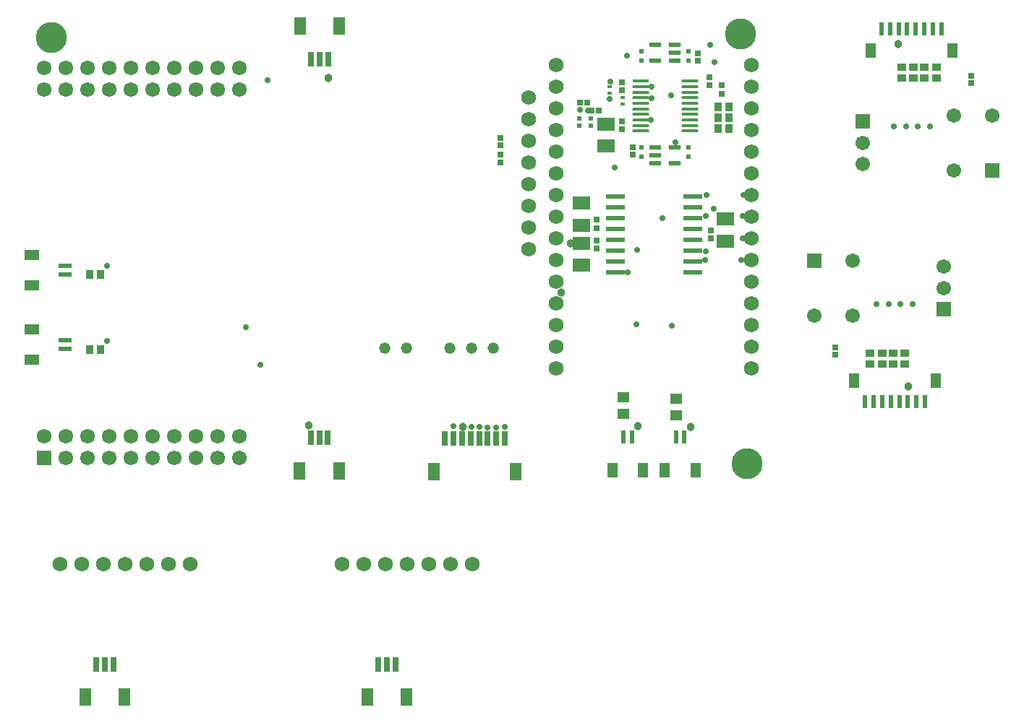
<source format=gts>
G04*
G04 #@! TF.GenerationSoftware,Altium Limited,Altium Designer,24.2.2 (26)*
G04*
G04 Layer_Color=8388736*
%FSLAX44Y44*%
%MOMM*%
G71*
G04*
G04 #@! TF.SameCoordinates,155A7E23-AFD7-48D8-BCD8-8AF8E9F637CB*
G04*
G04*
G04 #@! TF.FilePolarity,Negative*
G04*
G01*
G75*
%ADD11R,1.2000X1.8000*%
%ADD12R,0.6000X1.5500*%
%ADD17R,1.8000X1.2000*%
%ADD18R,1.5500X0.6000*%
%ADD20R,0.5000X0.6056*%
G04:AMPARAMS|DCode=21|XSize=1.9554mm|YSize=0.4208mm|CornerRadius=0.2104mm|HoleSize=0mm|Usage=FLASHONLY|Rotation=0.000|XOffset=0mm|YOffset=0mm|HoleType=Round|Shape=RoundedRectangle|*
%AMROUNDEDRECTD21*
21,1,1.9554,0.0000,0,0,0.0*
21,1,1.5347,0.4208,0,0,0.0*
1,1,0.4208,0.7673,0.0000*
1,1,0.4208,-0.7673,0.0000*
1,1,0.4208,-0.7673,0.0000*
1,1,0.4208,0.7673,0.0000*
%
%ADD21ROUNDEDRECTD21*%
%ADD22R,1.9554X0.4208*%
G04:AMPARAMS|DCode=23|XSize=1.4556mm|YSize=0.5698mm|CornerRadius=0.2849mm|HoleSize=0mm|Usage=FLASHONLY|Rotation=180.000|XOffset=0mm|YOffset=0mm|HoleType=Round|Shape=RoundedRectangle|*
%AMROUNDEDRECTD23*
21,1,1.4556,0.0000,0,0,180.0*
21,1,0.8858,0.5698,0,0,180.0*
1,1,0.5698,-0.4429,0.0000*
1,1,0.5698,0.4429,0.0000*
1,1,0.5698,0.4429,0.0000*
1,1,0.5698,-0.4429,0.0000*
%
%ADD23ROUNDEDRECTD23*%
%ADD24R,1.4556X0.5698*%
%ADD26R,0.5725X0.6153*%
%ADD27R,0.6725X0.7154*%
%ADD28R,0.5000X0.4000*%
%ADD30R,2.3114X0.5588*%
%ADD31R,1.4621X1.2581*%
%ADD32R,0.6000X1.5500*%
%ADD33R,1.2000X1.8000*%
%ADD42C,1.3208*%
%ADD51R,1.4032X2.0032*%
%ADD52R,0.8032X1.7532*%
%ADD53R,1.1032X0.9032*%
%ADD54R,0.7532X0.8032*%
%ADD55R,0.9032X1.1032*%
%ADD56R,0.8032X0.7532*%
%ADD57R,2.0032X1.6032*%
%ADD58C,1.7272*%
%ADD59C,1.7032*%
%ADD60R,1.7032X1.7032*%
%ADD61C,0.7112*%
%ADD62C,0.9652*%
%ADD63C,3.6322*%
%ADD64R,1.7232X1.7232*%
%ADD65C,1.7232*%
D11*
X1001020Y424060D02*
D03*
X1097020D02*
D03*
X815272Y318770D02*
D03*
X779272D02*
D03*
X754092Y318744D02*
D03*
X718092D02*
D03*
D12*
X1084020Y398810D02*
D03*
X1074020D02*
D03*
X1064020D02*
D03*
X1054020D02*
D03*
X1044020D02*
D03*
X1034020D02*
D03*
X1024020D02*
D03*
X1014020D02*
D03*
X802272Y357520D02*
D03*
X792272D02*
D03*
X741092Y357494D02*
D03*
X731092D02*
D03*
D17*
X38608Y535178D02*
D03*
Y571178D02*
D03*
Y448124D02*
D03*
Y484124D02*
D03*
D18*
X77358Y548178D02*
D03*
Y558178D02*
D03*
Y461124D02*
D03*
Y471124D02*
D03*
D20*
X807466Y686142D02*
D03*
Y697198D02*
D03*
Y809854D02*
D03*
Y798798D02*
D03*
X752094Y809854D02*
D03*
Y798798D02*
D03*
Y686142D02*
D03*
Y697198D02*
D03*
D21*
X808534Y774708D02*
D03*
Y768208D02*
D03*
Y761708D02*
D03*
Y755208D02*
D03*
Y748708D02*
D03*
Y742208D02*
D03*
Y735708D02*
D03*
Y729208D02*
D03*
Y722708D02*
D03*
Y716208D02*
D03*
X751026D02*
D03*
Y722708D02*
D03*
Y729208D02*
D03*
Y735708D02*
D03*
Y742208D02*
D03*
Y748708D02*
D03*
Y755208D02*
D03*
Y761708D02*
D03*
Y768208D02*
D03*
D22*
Y774708D02*
D03*
D23*
X768527Y798696D02*
D03*
Y817696D02*
D03*
X791033D02*
D03*
Y808196D02*
D03*
Y697300D02*
D03*
Y678300D02*
D03*
X768527D02*
D03*
Y687800D02*
D03*
D24*
X791033Y798696D02*
D03*
X768527Y697300D02*
D03*
D26*
X679450Y731201D02*
D03*
Y722630D02*
D03*
X693166Y722630D02*
D03*
Y731201D02*
D03*
D27*
X846328Y759976D02*
D03*
Y769547D02*
D03*
X728980Y718106D02*
D03*
Y727678D02*
D03*
X831596Y779159D02*
D03*
Y769588D02*
D03*
X728980Y773357D02*
D03*
Y763786D02*
D03*
X699770Y588224D02*
D03*
Y578652D02*
D03*
Y612059D02*
D03*
Y602488D02*
D03*
X833628Y600121D02*
D03*
Y590550D02*
D03*
D28*
X729742Y755744D02*
D03*
Y747744D02*
D03*
X715010Y760318D02*
D03*
Y768318D02*
D03*
D30*
X812038Y550926D02*
D03*
X721614D02*
D03*
Y563626D02*
D03*
Y576326D02*
D03*
Y589026D02*
D03*
Y601726D02*
D03*
Y614426D02*
D03*
Y627126D02*
D03*
Y639826D02*
D03*
X812038D02*
D03*
Y627126D02*
D03*
Y614426D02*
D03*
Y601726D02*
D03*
Y589026D02*
D03*
Y576326D02*
D03*
Y563626D02*
D03*
D31*
X792480Y382660D02*
D03*
Y402200D02*
D03*
X730504Y384556D02*
D03*
Y404096D02*
D03*
D32*
X1033070Y835630D02*
D03*
X1043070D02*
D03*
X1053070D02*
D03*
X1063070D02*
D03*
X1073070D02*
D03*
X1083070D02*
D03*
X1093070D02*
D03*
X1103070D02*
D03*
D33*
X1116070Y810380D02*
D03*
X1020070D02*
D03*
D42*
X553212Y461772D02*
D03*
X578612D02*
D03*
X527812D02*
D03*
X477012D02*
D03*
X451612D02*
D03*
D51*
X100952Y52552D02*
D03*
X146952D02*
D03*
X431152D02*
D03*
X477152D02*
D03*
X605008Y316850D02*
D03*
X509008D02*
D03*
X398412Y839496D02*
D03*
X352412D02*
D03*
X351904Y318236D02*
D03*
X397904D02*
D03*
D52*
X133952Y91302D02*
D03*
X123952D02*
D03*
X113952D02*
D03*
X464152D02*
D03*
X454152D02*
D03*
X444152D02*
D03*
X592008Y355600D02*
D03*
X582008D02*
D03*
X522008D02*
D03*
X532008D02*
D03*
X542008D02*
D03*
X552008D02*
D03*
X562008D02*
D03*
X572008D02*
D03*
X365412Y800746D02*
D03*
X375412D02*
D03*
X385412D02*
D03*
X384904Y356986D02*
D03*
X374904D02*
D03*
X364904D02*
D03*
D53*
X1033780Y443080D02*
D03*
Y456080D02*
D03*
X1019810Y443080D02*
D03*
Y456080D02*
D03*
X1046480Y443080D02*
D03*
Y456080D02*
D03*
X1060450Y442930D02*
D03*
Y455930D02*
D03*
X1083310Y791360D02*
D03*
Y778360D02*
D03*
X1097280Y791360D02*
D03*
Y778360D02*
D03*
X1070610Y791360D02*
D03*
Y778360D02*
D03*
X1056640Y791510D02*
D03*
Y778510D02*
D03*
D54*
X979170Y453780D02*
D03*
Y462280D02*
D03*
X587248Y708084D02*
D03*
Y699584D02*
D03*
X817880Y807366D02*
D03*
Y798866D02*
D03*
X741680Y688698D02*
D03*
Y697198D02*
D03*
X587248Y688272D02*
D03*
Y679772D02*
D03*
X1137920Y780660D02*
D03*
Y772160D02*
D03*
D55*
X105664Y548386D02*
D03*
X118664D02*
D03*
X105664Y460248D02*
D03*
X118664D02*
D03*
X854606Y744950D02*
D03*
X841606D02*
D03*
X854606Y732250D02*
D03*
X841606D02*
D03*
X854606Y719550D02*
D03*
X841606D02*
D03*
D56*
X688204Y749268D02*
D03*
X679704D02*
D03*
X701920Y740124D02*
D03*
X693420D02*
D03*
D57*
X710184Y724630D02*
D03*
Y698630D02*
D03*
X850646Y586994D02*
D03*
Y612994D02*
D03*
X681736Y605790D02*
D03*
Y631790D02*
D03*
Y558962D02*
D03*
Y584962D02*
D03*
D58*
X223479Y208295D02*
D03*
X198079D02*
D03*
X172679D02*
D03*
X147279D02*
D03*
X121879D02*
D03*
X96479D02*
D03*
X71079D02*
D03*
X553679D02*
D03*
X528279D02*
D03*
X502879D02*
D03*
X477479D02*
D03*
X452079D02*
D03*
X426679D02*
D03*
X401279D02*
D03*
X620014Y755396D02*
D03*
Y729996D02*
D03*
Y704596D02*
D03*
Y679196D02*
D03*
Y653796D02*
D03*
Y628396D02*
D03*
Y602996D02*
D03*
Y577596D02*
D03*
X652526Y793496D02*
D03*
Y768096D02*
D03*
Y742696D02*
D03*
Y717296D02*
D03*
Y691896D02*
D03*
Y666496D02*
D03*
Y641096D02*
D03*
Y615696D02*
D03*
Y590296D02*
D03*
Y564896D02*
D03*
Y539496D02*
D03*
Y514096D02*
D03*
Y488696D02*
D03*
Y463296D02*
D03*
Y437896D02*
D03*
X881126D02*
D03*
Y463296D02*
D03*
Y488696D02*
D03*
Y514096D02*
D03*
Y539496D02*
D03*
Y564896D02*
D03*
Y590296D02*
D03*
Y615696D02*
D03*
Y641096D02*
D03*
Y666496D02*
D03*
Y691896D02*
D03*
Y717296D02*
D03*
Y742696D02*
D03*
Y768096D02*
D03*
Y793496D02*
D03*
D59*
X1106170Y557130D02*
D03*
Y532130D02*
D03*
X999130Y564630D02*
D03*
Y499630D02*
D03*
X954130D02*
D03*
X1010920Y677310D02*
D03*
Y702310D02*
D03*
X1117960Y669810D02*
D03*
Y734810D02*
D03*
X1162960D02*
D03*
D60*
X1106170Y507130D02*
D03*
X954130Y564630D02*
D03*
X1010920Y727310D02*
D03*
X1162960Y669810D02*
D03*
D61*
X1069340Y513080D02*
D03*
X1055370D02*
D03*
X1041400D02*
D03*
X1027430D02*
D03*
X591820Y369824D02*
D03*
X836930Y625348D02*
D03*
X832866Y817372D02*
D03*
X735076Y804926D02*
D03*
X786638Y757936D02*
D03*
X837438Y797306D02*
D03*
X305562Y441960D02*
D03*
X288544Y486156D02*
D03*
X126238Y469900D02*
D03*
Y558038D02*
D03*
X313944Y775716D02*
D03*
X562102Y369570D02*
D03*
X572008Y369062D02*
D03*
X552704Y369316D02*
D03*
X582168Y369062D02*
D03*
X532130Y370078D02*
D03*
X736346Y550926D02*
D03*
X787654Y487934D02*
D03*
X745744Y489381D02*
D03*
X746760Y577088D02*
D03*
X870712Y616712D02*
D03*
X776732Y614426D02*
D03*
X715264Y774446D02*
D03*
X791464Y702818D02*
D03*
X763270Y728980D02*
D03*
X764032Y755142D02*
D03*
Y768096D02*
D03*
X828294Y641096D02*
D03*
X827532Y616966D02*
D03*
X827024Y575564D02*
D03*
X826516Y564896D02*
D03*
X868934D02*
D03*
X871474Y641096D02*
D03*
X870458Y590296D02*
D03*
X679704Y740791D02*
D03*
X689333Y740124D02*
D03*
X721106Y673862D02*
D03*
X715010Y754126D02*
D03*
X1047750Y721360D02*
D03*
X1061720D02*
D03*
X1075690D02*
D03*
X1089660D02*
D03*
D62*
X1064260Y416560D02*
D03*
X385318Y778256D02*
D03*
X362204Y371094D02*
D03*
X809752Y369824D02*
D03*
X747776Y370586D02*
D03*
X543052Y369824D02*
D03*
X658346Y526796D02*
D03*
X669290Y584962D02*
D03*
X1052830Y817880D02*
D03*
D63*
X61468Y826008D02*
D03*
X868426Y830326D02*
D03*
X875538Y326644D02*
D03*
D64*
X52832Y333248D02*
D03*
D65*
X78232D02*
D03*
X103632D02*
D03*
X129032D02*
D03*
X154432D02*
D03*
X179832D02*
D03*
X205232D02*
D03*
X230632D02*
D03*
X256032D02*
D03*
X281432D02*
D03*
X52832Y790448D02*
D03*
Y358648D02*
D03*
Y765048D02*
D03*
X78232Y790448D02*
D03*
Y358648D02*
D03*
Y765048D02*
D03*
X103632Y790448D02*
D03*
Y358648D02*
D03*
Y765048D02*
D03*
X129032Y790448D02*
D03*
Y358648D02*
D03*
Y765048D02*
D03*
X154432Y790448D02*
D03*
Y358648D02*
D03*
Y765048D02*
D03*
X179832Y790448D02*
D03*
Y358648D02*
D03*
Y765048D02*
D03*
X205232Y790448D02*
D03*
Y358648D02*
D03*
Y765048D02*
D03*
X230632Y790448D02*
D03*
Y358648D02*
D03*
Y765048D02*
D03*
X256032Y790448D02*
D03*
Y358648D02*
D03*
Y765048D02*
D03*
X281432Y790448D02*
D03*
Y358648D02*
D03*
Y765048D02*
D03*
M02*

</source>
